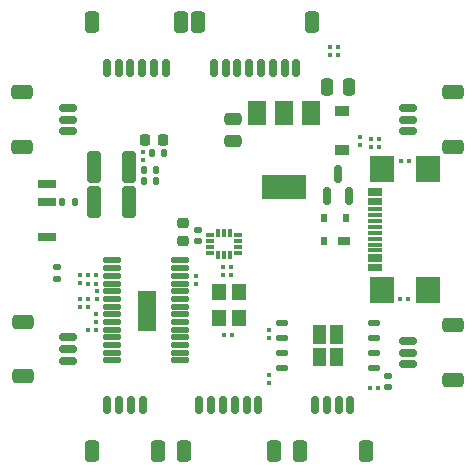
<source format=gbr>
%TF.GenerationSoftware,KiCad,Pcbnew,(6.0.4)*%
%TF.CreationDate,2023-01-18T22:00:33-06:00*%
%TF.ProjectId,Flight_Controller,466c6967-6874-45f4-936f-6e74726f6c6c,rev?*%
%TF.SameCoordinates,Original*%
%TF.FileFunction,Paste,Bot*%
%TF.FilePolarity,Positive*%
%FSLAX46Y46*%
G04 Gerber Fmt 4.6, Leading zero omitted, Abs format (unit mm)*
G04 Created by KiCad (PCBNEW (6.0.4)) date 2023-01-18 22:00:33*
%MOMM*%
%LPD*%
G01*
G04 APERTURE LIST*
G04 Aperture macros list*
%AMRoundRect*
0 Rectangle with rounded corners*
0 $1 Rounding radius*
0 $2 $3 $4 $5 $6 $7 $8 $9 X,Y pos of 4 corners*
0 Add a 4 corners polygon primitive as box body*
4,1,4,$2,$3,$4,$5,$6,$7,$8,$9,$2,$3,0*
0 Add four circle primitives for the rounded corners*
1,1,$1+$1,$2,$3*
1,1,$1+$1,$4,$5*
1,1,$1+$1,$6,$7*
1,1,$1+$1,$8,$9*
0 Add four rect primitives between the rounded corners*
20,1,$1+$1,$2,$3,$4,$5,0*
20,1,$1+$1,$4,$5,$6,$7,0*
20,1,$1+$1,$6,$7,$8,$9,0*
20,1,$1+$1,$8,$9,$2,$3,0*%
G04 Aperture macros list end*
%ADD10C,0.010000*%
%ADD11RoundRect,0.079500X0.079500X0.100500X-0.079500X0.100500X-0.079500X-0.100500X0.079500X-0.100500X0*%
%ADD12RoundRect,0.250000X0.475000X-0.250000X0.475000X0.250000X-0.475000X0.250000X-0.475000X-0.250000X0*%
%ADD13RoundRect,0.150000X-0.150000X-0.625000X0.150000X-0.625000X0.150000X0.625000X-0.150000X0.625000X0*%
%ADD14RoundRect,0.250000X-0.350000X-0.650000X0.350000X-0.650000X0.350000X0.650000X-0.350000X0.650000X0*%
%ADD15RoundRect,0.079500X-0.079500X-0.100500X0.079500X-0.100500X0.079500X0.100500X-0.079500X0.100500X0*%
%ADD16RoundRect,0.135000X0.135000X0.185000X-0.135000X0.185000X-0.135000X-0.185000X0.135000X-0.185000X0*%
%ADD17RoundRect,0.225000X0.225000X0.250000X-0.225000X0.250000X-0.225000X-0.250000X0.225000X-0.250000X0*%
%ADD18R,1.200000X1.400000*%
%ADD19RoundRect,0.079500X0.100500X-0.079500X0.100500X0.079500X-0.100500X0.079500X-0.100500X-0.079500X0*%
%ADD20RoundRect,0.250000X-0.250000X-0.475000X0.250000X-0.475000X0.250000X0.475000X-0.250000X0.475000X0*%
%ADD21RoundRect,0.150000X0.150000X-0.587500X0.150000X0.587500X-0.150000X0.587500X-0.150000X-0.587500X0*%
%ADD22RoundRect,0.135000X-0.135000X-0.185000X0.135000X-0.185000X0.135000X0.185000X-0.135000X0.185000X0*%
%ADD23RoundRect,0.026400X-0.443600X-0.193600X0.443600X-0.193600X0.443600X0.193600X-0.443600X0.193600X0*%
%ADD24RoundRect,0.150000X-0.625000X0.150000X-0.625000X-0.150000X0.625000X-0.150000X0.625000X0.150000X0*%
%ADD25RoundRect,0.250000X-0.650000X0.350000X-0.650000X-0.350000X0.650000X-0.350000X0.650000X0.350000X0*%
%ADD26RoundRect,0.140000X-0.170000X0.140000X-0.170000X-0.140000X0.170000X-0.140000X0.170000X0.140000X0*%
%ADD27RoundRect,0.079500X-0.100500X0.079500X-0.100500X-0.079500X0.100500X-0.079500X0.100500X0.079500X0*%
%ADD28R,1.500000X0.700000*%
%ADD29RoundRect,0.140000X0.170000X-0.140000X0.170000X0.140000X-0.170000X0.140000X-0.170000X-0.140000X0*%
%ADD30R,1.500000X2.000000*%
%ADD31R,3.800000X2.000000*%
%ADD32RoundRect,0.150000X0.150000X0.625000X-0.150000X0.625000X-0.150000X-0.625000X0.150000X-0.625000X0*%
%ADD33RoundRect,0.250000X0.350000X0.650000X-0.350000X0.650000X-0.350000X-0.650000X0.350000X-0.650000X0*%
%ADD34RoundRect,0.150000X0.625000X-0.150000X0.625000X0.150000X-0.625000X0.150000X-0.625000X-0.150000X0*%
%ADD35RoundRect,0.250000X0.650000X-0.350000X0.650000X0.350000X-0.650000X0.350000X-0.650000X-0.350000X0*%
%ADD36R,1.200000X0.900000*%
%ADD37RoundRect,0.225000X0.250000X-0.225000X0.250000X0.225000X-0.250000X0.225000X-0.250000X-0.225000X0*%
%ADD38RoundRect,0.250000X-0.325000X-1.100000X0.325000X-1.100000X0.325000X1.100000X-0.325000X1.100000X0*%
%ADD39R,1.000000X0.700000*%
%ADD40R,0.600000X0.700000*%
%ADD41RoundRect,0.020500X0.719500X0.184500X-0.719500X0.184500X-0.719500X-0.184500X0.719500X-0.184500X0*%
%ADD42R,1.150000X0.300000*%
%ADD43R,2.000000X2.180000*%
%ADD44RoundRect,0.031500X0.263500X0.143500X-0.263500X0.143500X-0.263500X-0.143500X0.263500X-0.143500X0*%
%ADD45RoundRect,0.031500X0.143500X-0.263500X0.143500X0.263500X-0.143500X0.263500X-0.143500X-0.263500X0*%
%ADD46RoundRect,0.031500X-0.263500X-0.143500X0.263500X-0.143500X0.263500X0.143500X-0.263500X0.143500X0*%
%ADD47RoundRect,0.031500X-0.143500X0.263500X-0.143500X-0.263500X0.143500X-0.263500X0.143500X0.263500X0*%
G04 APERTURE END LIST*
%TO.C,U4*%
G36*
X146620000Y-86195000D02*
G01*
X145610000Y-86195000D01*
X145610000Y-84735000D01*
X146620000Y-84735000D01*
X146620000Y-86195000D01*
G37*
D10*
X146620000Y-86195000D02*
X145610000Y-86195000D01*
X145610000Y-84735000D01*
X146620000Y-84735000D01*
X146620000Y-86195000D01*
G36*
X146620000Y-88115000D02*
G01*
X145610000Y-88115000D01*
X145610000Y-86655000D01*
X146620000Y-86655000D01*
X146620000Y-88115000D01*
G37*
X146620000Y-88115000D02*
X145610000Y-88115000D01*
X145610000Y-86655000D01*
X146620000Y-86655000D01*
X146620000Y-88115000D01*
G36*
X145150000Y-88115000D02*
G01*
X144140000Y-88115000D01*
X144140000Y-86655000D01*
X145150000Y-86655000D01*
X145150000Y-88115000D01*
G37*
X145150000Y-88115000D02*
X144140000Y-88115000D01*
X144140000Y-86655000D01*
X145150000Y-86655000D01*
X145150000Y-88115000D01*
G36*
X145150000Y-86195000D02*
G01*
X144140000Y-86195000D01*
X144140000Y-84735000D01*
X145150000Y-84735000D01*
X145150000Y-86195000D01*
G37*
X145150000Y-86195000D02*
X144140000Y-86195000D01*
X144140000Y-84735000D01*
X145150000Y-84735000D01*
X145150000Y-86195000D01*
%TO.C,U2*%
G36*
X130748000Y-85135000D02*
G01*
X129322000Y-85135000D01*
X129322000Y-81785000D01*
X130748000Y-81785000D01*
X130748000Y-85135000D01*
G37*
X130748000Y-85135000D02*
X129322000Y-85135000D01*
X129322000Y-81785000D01*
X130748000Y-81785000D01*
X130748000Y-85135000D01*
%TD*%
D11*
%TO.C,C10*%
X136525000Y-79750000D03*
X137215000Y-79750000D03*
%TD*%
D12*
%TO.C,C22*%
X137360000Y-69120000D03*
X137360000Y-67220000D03*
%TD*%
D11*
%TO.C,C1*%
X136525000Y-80500000D03*
X137215000Y-80500000D03*
%TD*%
D13*
%TO.C,J5*%
X135750000Y-62925000D03*
X136750000Y-62925000D03*
X137750000Y-62925000D03*
X138750000Y-62925000D03*
X139750000Y-62925000D03*
X140750000Y-62925000D03*
X141750000Y-62925000D03*
X142750000Y-62925000D03*
D14*
X144050000Y-59050000D03*
X134450000Y-59050000D03*
%TD*%
D15*
%TO.C,C2*%
X137330000Y-85510000D03*
X136640000Y-85510000D03*
%TD*%
D16*
%TO.C,R20*%
X130840000Y-71570000D03*
X129820000Y-71570000D03*
%TD*%
D11*
%TO.C,R1*%
X125120000Y-82475000D03*
X124430000Y-82475000D03*
%TD*%
%TO.C,R5*%
X149645000Y-90050000D03*
X148955000Y-90050000D03*
%TD*%
D17*
%TO.C,C27*%
X131475000Y-69075000D03*
X129925000Y-69075000D03*
%TD*%
D11*
%TO.C,C8*%
X125805000Y-81185000D03*
X125115000Y-81185000D03*
%TD*%
D13*
%TO.C,J8*%
X126700000Y-62925000D03*
X127700000Y-62925000D03*
X128700000Y-62925000D03*
X129700000Y-62925000D03*
X130700000Y-62925000D03*
X131700000Y-62925000D03*
D14*
X133000000Y-59050000D03*
X125400000Y-59050000D03*
%TD*%
D18*
%TO.C,Y1*%
X137860000Y-81910000D03*
X137860000Y-84110000D03*
X136160000Y-84110000D03*
X136160000Y-81910000D03*
%TD*%
D19*
%TO.C,R25*%
X146280000Y-61865000D03*
X146280000Y-61175000D03*
%TD*%
D20*
%TO.C,C15*%
X145310000Y-64530000D03*
X147210000Y-64530000D03*
%TD*%
D21*
%TO.C,Q1*%
X147210000Y-73807500D03*
X145310000Y-73807500D03*
X146260000Y-71932500D03*
%TD*%
D15*
%TO.C,C3*%
X124430000Y-83175000D03*
X125120000Y-83175000D03*
%TD*%
D22*
%TO.C,R19*%
X129830000Y-72470000D03*
X130850000Y-72470000D03*
%TD*%
D23*
%TO.C,U4*%
X141485000Y-88330000D03*
X141485000Y-87060000D03*
X141485000Y-85790000D03*
X141485000Y-84520000D03*
X149275000Y-84520000D03*
X149275000Y-85790000D03*
X149275000Y-87060000D03*
X149275000Y-88330000D03*
%TD*%
D24*
%TO.C,J2*%
X152160000Y-86035000D03*
X152160000Y-87035000D03*
X152160000Y-88035000D03*
D25*
X156035000Y-89335000D03*
X156035000Y-84735000D03*
%TD*%
D26*
%TO.C,C43*%
X122500000Y-79820000D03*
X122500000Y-80780000D03*
%TD*%
D27*
%TO.C,R3*%
X124460000Y-80440000D03*
X124460000Y-81130000D03*
%TD*%
%TO.C,C6*%
X134260000Y-81205000D03*
X134260000Y-80515000D03*
%TD*%
D11*
%TO.C,R2*%
X125115000Y-85085000D03*
X125805000Y-85085000D03*
%TD*%
%TO.C,C5*%
X125115000Y-80435000D03*
X125805000Y-80435000D03*
%TD*%
D27*
%TO.C,C25*%
X129800000Y-70080000D03*
X129800000Y-70770000D03*
%TD*%
D11*
%TO.C,R10*%
X151505000Y-82475000D03*
X152195000Y-82475000D03*
%TD*%
D28*
%TO.C,SW1*%
X121660000Y-77260000D03*
X121660000Y-74260000D03*
X121660000Y-72760000D03*
%TD*%
D24*
%TO.C,J1*%
X152160000Y-66310000D03*
X152160000Y-67310000D03*
X152160000Y-68310000D03*
D25*
X156035000Y-69610000D03*
X156035000Y-65010000D03*
%TD*%
D29*
%TO.C,C4*%
X134400000Y-77605000D03*
X134400000Y-76645000D03*
%TD*%
D30*
%TO.C,U5*%
X139390000Y-66730000D03*
X141690000Y-66730000D03*
D31*
X141690000Y-73030000D03*
D30*
X143990000Y-66730000D03*
%TD*%
D32*
%TO.C,J6*%
X129725000Y-91500000D03*
X128725000Y-91500000D03*
X127725000Y-91500000D03*
X126725000Y-91500000D03*
D33*
X131025000Y-95375000D03*
X125425000Y-95375000D03*
%TD*%
D27*
%TO.C,C9*%
X125810000Y-83765000D03*
X125810000Y-84455000D03*
%TD*%
D34*
%TO.C,J3*%
X123385000Y-68310000D03*
X123385000Y-67310000D03*
X123385000Y-66310000D03*
D35*
X119510000Y-65010000D03*
X119510000Y-69610000D03*
%TD*%
D11*
%TO.C,R22*%
X149725000Y-69640000D03*
X149035000Y-69640000D03*
%TD*%
D36*
%TO.C,D1*%
X146580000Y-66620000D03*
X146580000Y-69920000D03*
%TD*%
D15*
%TO.C,R9*%
X152270000Y-70800000D03*
X151580000Y-70800000D03*
%TD*%
D22*
%TO.C,R26*%
X122940000Y-74275000D03*
X123960000Y-74275000D03*
%TD*%
D37*
%TO.C,C7*%
X133175000Y-77575000D03*
X133175000Y-76025000D03*
%TD*%
D22*
%TO.C,R17*%
X130540000Y-70150000D03*
X131560000Y-70150000D03*
%TD*%
D38*
%TO.C,C29*%
X125600000Y-71300000D03*
X128550000Y-71300000D03*
%TD*%
D29*
%TO.C,C14*%
X150475000Y-89955000D03*
X150475000Y-88995000D03*
%TD*%
D27*
%TO.C,C11*%
X125825000Y-82520000D03*
X125825000Y-81830000D03*
%TD*%
%TO.C,R24*%
X145620000Y-61865000D03*
X145620000Y-61175000D03*
%TD*%
D38*
%TO.C,C31*%
X125600000Y-74250000D03*
X128550000Y-74250000D03*
%TD*%
D34*
%TO.C,J4*%
X123450000Y-87730000D03*
X123450000Y-86730000D03*
X123450000Y-85730000D03*
D35*
X119575000Y-84430000D03*
X119575000Y-89030000D03*
%TD*%
D32*
%TO.C,J11*%
X147325000Y-91500000D03*
X146325000Y-91500000D03*
X145325000Y-91500000D03*
X144325000Y-91500000D03*
D33*
X143025000Y-95375000D03*
X148625000Y-95375000D03*
%TD*%
D19*
%TO.C,R8*%
X140425000Y-88930000D03*
X140425000Y-89620000D03*
%TD*%
D39*
%TO.C,D2*%
X146770000Y-77620000D03*
D40*
X145070000Y-77620000D03*
X145070000Y-75620000D03*
X146970000Y-75620000D03*
%TD*%
D41*
%TO.C,U2*%
X132910000Y-79235000D03*
X132910000Y-79885000D03*
X132910000Y-80535000D03*
X132910000Y-81185000D03*
X132910000Y-81835000D03*
X132910000Y-82485000D03*
X132910000Y-83135000D03*
X132910000Y-83785000D03*
X132910000Y-84435000D03*
X132910000Y-85085000D03*
X132910000Y-85735000D03*
X132910000Y-86385000D03*
X132910000Y-87035000D03*
X132910000Y-87685000D03*
X127160000Y-87685000D03*
X127160000Y-87035000D03*
X127160000Y-86385000D03*
X127160000Y-85735000D03*
X127160000Y-85085000D03*
X127160000Y-84435000D03*
X127160000Y-83785000D03*
X127160000Y-83135000D03*
X127160000Y-82485000D03*
X127160000Y-81835000D03*
X127160000Y-81185000D03*
X127160000Y-80535000D03*
X127160000Y-79885000D03*
X127160000Y-79235000D03*
%TD*%
D15*
%TO.C,R21*%
X149035000Y-68990000D03*
X149725000Y-68990000D03*
%TD*%
D32*
%TO.C,J7*%
X139530000Y-91490000D03*
X138530000Y-91490000D03*
X137530000Y-91490000D03*
X136530000Y-91490000D03*
X135530000Y-91490000D03*
X134530000Y-91490000D03*
D33*
X133230000Y-95365000D03*
X140830000Y-95365000D03*
%TD*%
D42*
%TO.C,P1*%
X149392000Y-73290000D03*
X149392000Y-74090000D03*
X149392000Y-75390000D03*
X149392000Y-76390000D03*
X149392000Y-76890000D03*
X149392000Y-77890000D03*
X149392000Y-79190000D03*
X149392000Y-79990000D03*
X149392000Y-79690000D03*
X149392000Y-78890000D03*
X149392000Y-78390000D03*
X149392000Y-77390000D03*
X149392000Y-75890000D03*
X149392000Y-74890000D03*
X149392000Y-74390000D03*
X149392000Y-73590000D03*
D43*
X153897000Y-71530000D03*
X153897000Y-81750000D03*
X149967000Y-71530000D03*
X149967000Y-81750000D03*
%TD*%
D27*
%TO.C,R4*%
X140400000Y-85820000D03*
X140400000Y-85130000D03*
%TD*%
D19*
%TO.C,R28*%
X148140000Y-68745000D03*
X148140000Y-69435000D03*
%TD*%
D44*
%TO.C,U1*%
X137777500Y-77100000D03*
X137777500Y-77600000D03*
X137777500Y-78100000D03*
X137777500Y-78600000D03*
D45*
X137112500Y-78765000D03*
X136612500Y-78765000D03*
X136112500Y-78765000D03*
D46*
X135447500Y-78600000D03*
X135447500Y-78100000D03*
X135447500Y-77600000D03*
X135447500Y-77100000D03*
D47*
X136112500Y-76935000D03*
X136612500Y-76935000D03*
X137112500Y-76935000D03*
%TD*%
M02*

</source>
